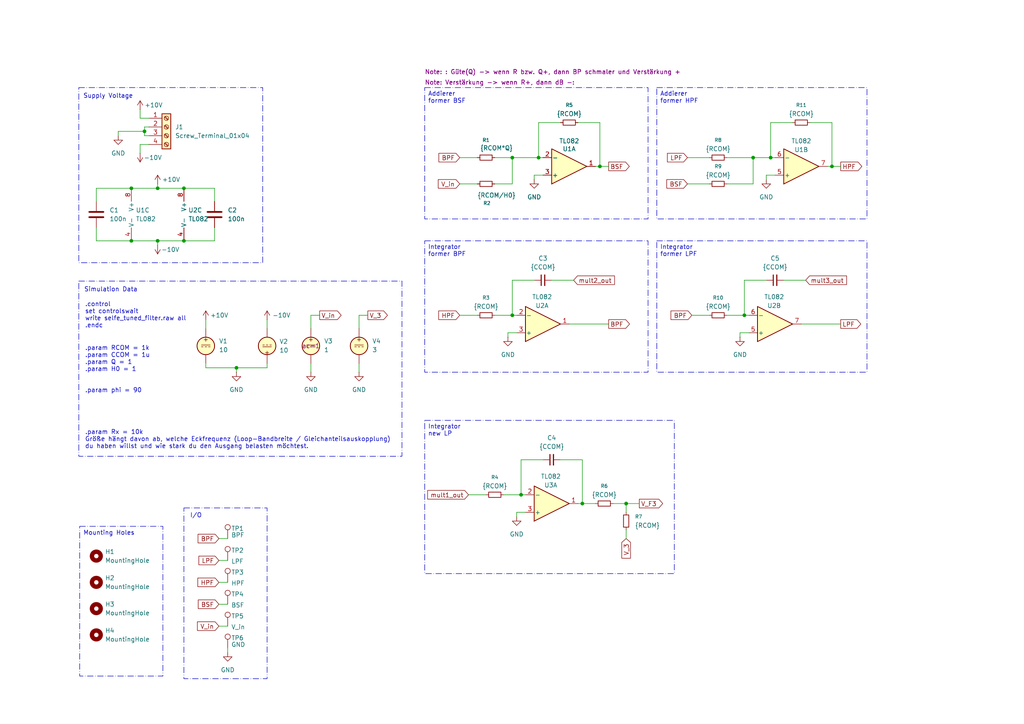
<source format=kicad_sch>
(kicad_sch (version 20250114) (generator "eeschema") (generator_version "9.0")
  (paper "A4")
  (lib_symbols
    (symbol "000_My_Symbols:Testpoint" (pin_numbers (hide yes)) (pin_names (hide yes))
      (property "Reference" "TP" (at 0.254 5.334 0))
      (property "Value" "${SHORT_NET_NAME(1)}" (at 6.35 7.874 0))
      (symbol "Testpoint_0_1"
        (circle (center 0 3.302) (radius 0.762))
      )
      (symbol "Testpoint_1_1"
        (pin passive line (at 0 0 90) (length 2.54) (name "1") (number "1"))
      )
    )
    (symbol "Amplifier_Operational:TL082" (pin_names (offset 0.127))
      (property "Reference" "U" (at 0 5.08 0))
      (property "Value" "TL082" (at 0 -5.08 0))
      (symbol "TL082_1_1"
        (polyline (pts (xy -5.08 5.08) (xy 5.08 0) (xy -5.08 -5.08) (xy -5.08 5.08)) (stroke (width 0.254)) (fill (type background)))
        (pin input line (at -7.62 2.54 0) (length 2.54) (name "+") (number "3"))
        (pin input line (at -7.62 -2.54 0) (length 2.54) (name "-") (number "2"))
        (pin output line (at 7.62 0 180) (length 2.54) (name "~") (number "1"))
      )
      (symbol "TL082_2_1"
        (polyline (pts (xy -5.08 5.08) (xy 5.08 0) (xy -5.08 -5.08) (xy -5.08 5.08)) (stroke (width 0.254)) (fill (type background)))
        (pin input line (at -7.62 2.54 0) (length 2.54) (name "+") (number "5"))
        (pin input line (at -7.62 -2.54 0) (length 2.54) (name "-") (number "6"))
        (pin output line (at 7.62 0 180) (length 2.54) (name "~") (number "7"))
      )
      (symbol "TL082_3_1"
        (pin power_in line (at -2.54 7.62 270) (length 3.81) (name "V+") (number "8"))
        (pin power_in line (at -2.54 -7.62 90) (length 3.81) (name "V-") (number "4"))
      )
    )
    (symbol "BA_Footprints:MPY634KP"
      (property "Reference" "IC" (at 41.91 7.62 0))
      (property "Value" "MPY634KP" (at 41.91 5.08 0))
      (symbol "MPY634KP_1_1"
        (rectangle (start 5.08 2.54) (end 40.64 -17.78) (stroke (width 0.254)) (fill (type background)))
        (pin passive line (at 0 0 0) (length 5.08) (name "X_1_INPUT") (number "1"))
        (pin passive line (at 0 -2.54 0) (length 5.08) (name "X_2_INPUT") (number "2"))
        (pin passive line (at 0 -5.08 0) (length 5.08) (name "NC_1") (number "3"))
        (pin passive line (at 0 -7.62 0) (length 5.08) (name "SCALE_FACTOR") (number "4"))
        (pin passive line (at 0 -10.16 0) (length 5.08) (name "NC_2") (number "5"))
        (pin passive line (at 0 -12.7 0) (length 5.08) (name "Y_1_INPUT") (number "6"))
        (pin passive line (at 0 -15.24 0) (length 5.08) (name "Y_2_INPUT") (number "7"))
        (pin passive line (at 45.72 0 180) (length 5.08) (name "+VS") (number "14"))
        (pin passive line (at 45.72 -2.54 180) (length 5.08) (name "NC_4") (number "13"))
        (pin passive line (at 45.72 -5.08 180) (length 5.08) (name "OUTPUT") (number "12"))
        (pin passive line (at 45.72 -7.62 180) (length 5.08) (name "Z_1_INPUT") (number "11"))
        (pin passive line (at 45.72 -10.16 180) (length 5.08) (name "Z_2_INPUT") (number "10"))
        (pin passive line (at 45.72 -12.7 180) (length 5.08) (name "NC_3") (number "9"))
        (pin passive line (at 45.72 -15.24 180) (length 5.08) (name "-VS") (number "8"))
      )
    )
    (symbol "Connector:Screw_Terminal_01x04" (pin_names (offset 1.016) (hide yes))
      (property "Reference" "J" (at 0 5.08 0))
      (property "Value" "Screw_Terminal_01x04" (at 0 -7.62 0))
      (symbol "Screw_Terminal_01x04_1_1"
        (rectangle (start -1.27 3.81) (end 1.27 -6.35) (stroke (width 0.254)) (fill (type background)))
        (polyline (pts (xy -0.5334 2.8702) (xy 0.3302 2.032)) (stroke (width 0.1524)))
        (polyline (pts (xy -0.5334 0.3302) (xy 0.3302 -0.508)) (stroke (width 0.1524)))
        (polyline (pts (xy -0.5334 -2.2098) (xy 0.3302 -3.048)) (stroke (width 0.1524)))
        (polyline (pts (xy -0.5334 -4.7498) (xy 0.3302 -5.588)) (stroke (width 0.1524)))
        (polyline (pts (xy -0.3556 3.048) (xy 0.508 2.2098)) (stroke (width 0.1524)))
        (polyline (pts (xy -0.3556 0.508) (xy 0.508 -0.3302)) (stroke (width 0.1524)))
        (polyline (pts (xy -0.3556 -2.032) (xy 0.508 -2.8702)) (stroke (width 0.1524)))
        (polyline (pts (xy -0.3556 -4.572) (xy 0.508 -5.4102)) (stroke (width 0.1524)))
        (circle (center 0 2.54) (radius 0.635) (stroke (width 0.1524)))
        (circle (center 0 0) (radius 0.635) (stroke (width 0.1524)))
        (circle (center 0 -2.54) (radius 0.635) (stroke (width 0.1524)))
        (circle (center 0 -5.08) (radius 0.635) (stroke (width 0.1524)))
        (pin passive line (at -5.08 2.54 0) (length 3.81) (name "Pin_1") (number "1"))
        (pin passive line (at -5.08 0 0) (length 3.81) (name "Pin_2") (number "2"))
        (pin passive line (at -5.08 -2.54 0) (length 3.81) (name "Pin_3") (number "3"))
        (pin passive line (at -5.08 -5.08 0) (length 3.81) (name "Pin_4") (number "4"))
      )
    )
    (symbol "Device:C" (pin_numbers (hide yes)) (pin_names (offset 0.254))
      (property "Reference" "C" (at 0.635 2.54 0))
      (property "Value" "C" (at 0.635 -2.54 0))
      (symbol "C_0_1"
        (polyline (pts (xy -2.032 0.762) (xy 2.032 0.762)) (stroke (width 0.508)))
        (polyline (pts (xy -2.032 -0.762) (xy 2.032 -0.762)) (stroke (width 0.508)))
      )
      (symbol "C_1_1"
        (pin passive line (at 0 3.81 270) (length 2.794) (name "~") (number "1"))
        (pin passive line (at 0 -3.81 90) (length 2.794) (name "~") (number "2"))
      )
    )
    (symbol "Device:C_Small" (pin_numbers (hide yes)) (pin_names (offset 0.254) (hide yes))
      (property "Reference" "C" (at 0.254 1.778 0))
      (property "Value" "C_Small" (at 0.254 -2.032 0))
      (symbol "C_Small_0_1"
        (polyline (pts (xy -1.524 0.508) (xy 1.524 0.508)) (stroke (width 0.3048)))
        (polyline (pts (xy -1.524 -0.508) (xy 1.524 -0.508)) (stroke (width 0.3302)))
      )
      (symbol "C_Small_1_1"
        (pin passive line (at 0 2.54 270) (length 2.032) (name "~") (number "1"))
        (pin passive line (at 0 -2.54 90) (length 2.032) (name "~") (number "2"))
      )
    )
    (symbol "Device:R_Small" (pin_numbers (hide yes)) (pin_names (offset 0.254) (hide yes))
      (property "Reference" "R" (at 0 0 90))
      (property "Value" "R_Small" (at 1.778 0 90))
      (symbol "R_Small_0_1"
        (rectangle (start -0.762 1.778) (end 0.762 -1.778) (stroke (width 0.2032)))
      )
      (symbol "R_Small_1_1"
        (pin passive line (at 0 2.54 270) (length 0.762) (name "~") (number "1"))
        (pin passive line (at 0 -2.54 90) (length 0.762) (name "~") (number "2"))
      )
    )
    (symbol "Mechanical:MountingHole" (pin_names (offset 1.016)) (in_bom no)
      (property "Reference" "H" (at 0 5.08 0))
      (property "Value" "MountingHole" (at 0 3.175 0))
      (symbol "MountingHole_0_1"
        (circle (center 0 0) (radius 1.27) (stroke (width 1.27)))
      )
    )
    (symbol "Simulation_SPICE:VDC" (pin_numbers (hide yes)) (pin_names (offset 0.0254))
      (property "Reference" "V" (at 2.54 2.54 0))
      (property "Value" "1" (at 2.54 0 0))
      (symbol "VDC_0_0"
        (polyline (pts (xy -1.27 0.254) (xy 1.27 0.254)))
        (polyline (pts (xy -0.762 -0.254) (xy -1.27 -0.254)))
        (polyline (pts (xy 0.254 -0.254) (xy -0.254 -0.254)))
        (polyline (pts (xy 1.27 -0.254) (xy 0.762 -0.254)))
        (text "+" (at 0 1.905 0) (effects (font (size 1.27 1.27))))
      )
      (symbol "VDC_0_1"
        (circle (center 0 0) (radius 2.54) (stroke (width 0.254)) (fill (type background)))
      )
      (symbol "VDC_1_1"
        (pin passive line (at 0 5.08 270) (length 2.54) (name "~") (number "1"))
        (pin passive line (at 0 -5.08 90) (length 2.54) (name "~") (number "2"))
      )
    )
    (symbol "power:+15V" (power) (pin_numbers (hide yes)) (pin_names (offset 0) (hide yes))
      (property "Value" "+15V" (at 0 3.556 0))
      (symbol "+15V_0_1"
        (polyline (pts (xy -0.762 1.27) (xy 0 2.54)))
        (polyline (pts (xy 0 2.54) (xy 0.762 1.27)))
        (polyline (pts (xy 0 0) (xy 0 2.54)))
      )
      (symbol "+15V_1_1"
        (pin power_in line (at 0 0 90) (length 0) (name "~") (number "1"))
      )
    )
    (symbol "power:GND" (power) (pin_numbers (hide yes)) (pin_names (offset 0) (hide yes))
      (property "Value" "GND" (at 0 -3.81 0))
      (symbol "GND_0_1"
        (polyline (pts (xy 0 0) (xy 0 -1.27) (xy 1.27 -1.27) (xy 0 -2.54) (xy -1.27 -1.27) (xy 0 -1.27)))
      )
      (symbol "GND_1_1"
        (pin power_in line (at 0 0 270) (length 0) (name "~") (number "1"))
      )
    )
  )
  (rectangle (start 23.114 152.654) (end 47.244 196.088) (stroke (width 0) (type dash_dot)))
  (rectangle (start 22.86 81.534) (end 116.586 132.334) (stroke (width 0) (type dash_dot)))
  (rectangle (start 22.86 25.4) (end 76.2 76.2) (stroke (width 0) (type dash_dot)))
  (rectangle (start 53.34 147.32) (end 77.47 196.85) (stroke (width 0) (type dash_dot)))
  (text ".control\nset controlswait\nwrite selfe_tuned_filter.raw all\n.endc" (at 24.638 91.44 0) (effects (font (size 1.27 1.27)) (justify left)))
  (text "Simulation Data" (exclude_from_sim yes) (at 24.384 84.074 0) (effects (font (size 1.27 1.27)) (justify left)))
  (text "Mounting Holes" (exclude_from_sim yes) (at 24.13 154.686 0) (effects (font (size 1.27 1.27)) (justify left)))
  (text ".param RCOM = 1k\n.param CCOM = 1u\n.param Q = 1\n.param H0 = 1\n\n\n.param phi = 90" (at 24.638 100.33 0) (effects (font (size 1.27 1.27)) (justify left top)))
  (text ".param Rx = 10k\nGröße hängt davon ab, welche Eckfrequenz (Loop-Bandbreite / Gleichanteils­auskopplung) \ndu haben willst und wie stark du den Ausgang belasten möchtest." (exclude_from_sim yes) (at 24.638 127.508 0) (effects (font (size 1.27 1.27)) (justify left)))
  (text "Supply Voltage" (exclude_from_sim yes) (at 24.13 27.94 0) (effects (font (size 1.27 1.27)) (justify left)))
  (text "I/O" (exclude_from_sim yes) (at 55.118 149.606 0) (effects (font (size 1.27 1.27)) (justify left)))
  (text_box "Integrator\nnew LP" (exclude_from_sim yes) (at 123.19 121.92 0) (size 72.39 44.45) (margins 0.9525 0.9525 0.9525 0.9525) (stroke (width 0) (type dash_dot)) (effects (font (size 1.27 1.27)) (justify left top)))
  (text_box "Addierer\nformer BSF\n" (exclude_from_sim yes) (at 123.19 25.4 0) (size 64.77 38.1) (margins 0.9525 0.9525 0.9525 0.9525) (stroke (width 0) (type dash_dot)) (effects (font (size 1.27 1.27)) (justify left top)))
  (text_box "Integrator\nformer LPF" (exclude_from_sim yes) (at 190.5 69.85 0) (size 60.96 38.1) (margins 0.9525 0.9525 0.9525 0.9525) (stroke (width 0) (type dash_dot)) (effects (font (size 1.27 1.27)) (justify left top)))
  (text_box "Integrator\nformer BPF" (exclude_from_sim yes) (at 123.19 69.85 0) (size 64.77 38.1) (margins 0.9525 0.9525 0.9525 0.9525) (stroke (width 0) (type dash_dot)) (effects (font (size 1.27 1.27)) (justify left top)))
  (text_box "Addierer\nformer HPF\n" (exclude_from_sim yes) (at 190.5 25.4 0) (size 60.96 38.1) (margins 0.9525 0.9525 0.9525 0.9525) (stroke (width 0) (type dash_dot)) (effects (font (size 1.27 1.27)) (justify left top)))
  (junction (at 45.72 54.61))
  (junction (at 223.52 45.72))
  (junction (at 45.72 69.85))
  (junction (at 53.34 69.85))
  (junction (at 148.59 91.44))
  (junction (at 53.34 54.61))
  (junction (at 218.44 45.72))
  (junction (at 148.59 45.72))
  (junction (at 271.78 237.49))
  (junction (at 238.76 227.33))
  (junction (at 151.13 143.51))
  (junction (at 156.21 45.72))
  (junction (at 68.58 106.68))
  (junction (at 321.31 227.33))
  (junction (at 181.61 146.05))
  (junction (at 38.1 69.85))
  (junction (at 189.23 237.49))
  (junction (at 97.79 237.49))
  (junction (at 173.99 48.26))
  (junction (at 38.1 54.61))
  (junction (at 241.3 48.26))
  (junction (at 168.91 146.05))
  (junction (at 215.9 91.44))
  (junction (at 147.32 227.33))
  (junction (at 41.91 38.1))
  (no_connect (at 144.78 234.95))
  (no_connect (at 99.06 232.41))
  (no_connect (at 144.78 224.79))
  (no_connect (at 318.77 224.79))
  (no_connect (at 273.05 232.41))
  (no_connect (at 236.22 234.95))
  (no_connect (at 99.06 227.33))
  (no_connect (at 190.5 232.41))
  (no_connect (at 273.05 227.33))
  (no_connect (at 190.5 227.33))
  (no_connect (at 236.22 224.79))
  (no_connect (at 318.77 234.95))
  (wire (pts (xy 77.47 106.68) (xy 68.58 106.68)))
  (wire (pts (xy 271.78 224.79) (xy 271.78 237.49)))
  (wire (pts (xy 270.51 218.44) (xy 270.51 229.87)))
  (wire (pts (xy 63.5 156.21) (xy 66.04 156.21)))
  (wire (pts (xy 242.57 241.3) (xy 242.57 237.49)))
  (wire (pts (xy 149.86 149.86) (xy 149.86 148.59)))
  (wire (pts (xy 151.13 133.35) (xy 151.13 143.51)))
  (wire (pts (xy 218.44 53.34) (xy 218.44 45.72)))
  (wire (pts (xy 238.76 229.87) (xy 238.76 227.33)))
  (wire (pts (xy 190.5 224.79) (xy 189.23 224.79)))
  (wire (pts (xy 214.63 97.79) (xy 214.63 96.52)))
  (wire (pts (xy 59.69 92.71) (xy 59.69 95.25)))
  (wire (pts (xy 271.78 237.49) (xy 271.78 243.84)))
  (wire (pts (xy 41.91 38.1) (xy 34.29 38.1)))
  (wire (pts (xy 62.23 66.04) (xy 62.23 69.85)))
  (wire (pts (xy 160.02 81.28) (xy 166.37 81.28)))
  (wire (pts (xy 218.44 53.34) (xy 210.82 53.34)))
  (wire (pts (xy 168.91 133.35) (xy 168.91 146.05)))
  (wire (pts (xy 143.51 45.72) (xy 148.59 45.72)))
  (wire (pts (xy 241.3 48.26) (xy 243.84 48.26)))
  (wire (pts (xy 151.13 218.44) (xy 151.13 222.25)))
  (wire (pts (xy 45.72 69.85) (xy 53.34 69.85)))
  (wire (pts (xy 27.94 54.61) (xy 27.94 58.42)))
  (wire (pts (xy 104.14 95.25) (xy 104.14 91.44)))
  (wire (pts (xy 148.59 53.34) (xy 148.59 45.72)))
  (wire (pts (xy 63.5 181.61) (xy 66.04 181.61)))
  (wire (pts (xy 241.3 35.56) (xy 241.3 48.26)))
  (wire (pts (xy 45.72 71.12) (xy 45.72 69.85)))
  (wire (pts (xy 27.94 66.04) (xy 27.94 69.85)))
  (wire (pts (xy 173.99 48.26) (xy 172.72 48.26)))
  (wire (pts (xy 68.58 107.95) (xy 68.58 106.68)))
  (wire (pts (xy 238.76 227.33) (xy 243.84 227.33)))
  (wire (pts (xy 68.58 106.68) (xy 59.69 106.68)))
  (wire (pts (xy 325.12 241.3) (xy 325.12 237.49)))
  (wire (pts (xy 147.32 229.87) (xy 147.32 227.33)))
  (wire (pts (xy 173.99 48.26) (xy 173.99 35.56)))
  (wire (pts (xy 45.72 53.34) (xy 45.72 54.61)))
  (wire (pts (xy 66.04 187.96) (xy 66.04 189.23)))
  (wire (pts (xy 143.51 91.44) (xy 148.59 91.44)))
  (wire (pts (xy 186.69 234.95) (xy 190.5 234.95)))
  (wire (pts (xy 234.95 35.56) (xy 241.3 35.56)))
  (wire (pts (xy 186.69 222.25) (xy 190.5 222.25)))
  (wire (pts (xy 147.32 227.33) (xy 152.4 227.33)))
  (wire (pts (xy 242.57 237.49) (xy 236.22 237.49)))
  (wire (pts (xy 165.1 93.98) (xy 176.53 93.98)))
  (wire (pts (xy 104.14 105.41) (xy 104.14 107.95)))
  (wire (pts (xy 144.78 229.87) (xy 147.32 229.87)))
  (wire (pts (xy 144.78 227.33) (xy 147.32 227.33)))
  (wire (pts (xy 189.23 237.49) (xy 190.5 237.49)))
  (wire (pts (xy 325.12 237.49) (xy 318.77 237.49)))
  (wire (pts (xy 95.25 222.25) (xy 99.06 222.25)))
  (wire (pts (xy 41.91 39.37) (xy 41.91 38.1)))
  (wire (pts (xy 148.59 81.28) (xy 148.59 91.44)))
  (wire (pts (xy 215.9 91.44) (xy 217.17 91.44)))
  (wire (pts (xy 270.51 229.87) (xy 273.05 229.87)))
  (wire (pts (xy 96.52 229.87) (xy 99.06 229.87)))
  (wire (pts (xy 218.44 45.72) (xy 223.52 45.72)))
  (wire (pts (xy 199.39 45.72) (xy 205.74 45.72)))
  (wire (pts (xy 151.13 133.35) (xy 157.48 133.35)))
  (wire (pts (xy 147.32 97.79) (xy 147.32 96.52)))
  (wire (pts (xy 96.52 218.44) (xy 96.52 229.87)))
  (wire (pts (xy 162.56 133.35) (xy 168.91 133.35)))
  (wire (pts (xy 90.17 95.25) (xy 90.17 91.44)))
  (wire (pts (xy 173.99 48.26) (xy 176.53 48.26)))
  (wire (pts (xy 325.12 222.25) (xy 318.77 222.25)))
  (wire (pts (xy 146.05 143.51) (xy 151.13 143.51)))
  (wire (pts (xy 318.77 227.33) (xy 321.31 227.33)))
  (wire (pts (xy 241.3 48.26) (xy 240.03 48.26)))
  (wire (pts (xy 189.23 224.79) (xy 189.23 237.49)))
  (wire (pts (xy 34.29 38.1) (xy 34.29 39.37)))
  (wire (pts (xy 97.79 237.49) (xy 99.06 237.49)))
  (wire (pts (xy 271.78 237.49) (xy 273.05 237.49)))
  (wire (pts (xy 321.31 227.33) (xy 326.39 227.33)))
  (wire (pts (xy 181.61 146.05) (xy 185.42 146.05)))
  (wire (pts (xy 156.21 45.72) (xy 157.48 45.72)))
  (wire (pts (xy 156.21 35.56) (xy 162.56 35.56)))
  (wire (pts (xy 223.52 35.56) (xy 223.52 45.72)))
  (wire (pts (xy 154.94 50.8) (xy 154.94 52.07)))
  (wire (pts (xy 38.1 69.85) (xy 45.72 69.85)))
  (wire (pts (xy 223.52 45.72) (xy 224.79 45.72)))
  (wire (pts (xy 167.64 35.56) (xy 173.99 35.56)))
  (wire (pts (xy 27.94 69.85) (xy 38.1 69.85)))
  (wire (pts (xy 77.47 105.41) (xy 77.47 106.68)))
  (wire (pts (xy 40.64 34.29) (xy 43.18 34.29)))
  (wire (pts (xy 168.91 146.05) (xy 172.72 146.05)))
  (wire (pts (xy 236.22 229.87) (xy 238.76 229.87)))
  (wire (pts (xy 222.25 52.07) (xy 222.25 50.8)))
  (wire (pts (xy 90.17 105.41) (xy 90.17 107.95)))
  (wire (pts (xy 325.12 218.44) (xy 325.12 222.25)))
  (wire (pts (xy 144.78 232.41) (xy 146.05 232.41)))
  (wire (pts (xy 133.35 53.34) (xy 138.43 53.34)))
  (wire (pts (xy 318.77 232.41) (xy 320.04 232.41)))
  (wire (pts (xy 135.89 143.51) (xy 140.97 143.51)))
  (wire (pts (xy 199.39 53.34) (xy 205.74 53.34)))
  (wire (pts (xy 181.61 153.67) (xy 181.61 156.21)))
  (wire (pts (xy 320.04 232.41) (xy 320.04 243.84)))
  (wire (pts (xy 229.87 35.56) (xy 223.52 35.56)))
  (wire (pts (xy 236.22 232.41) (xy 237.49 232.41)))
  (wire (pts (xy 143.51 53.34) (xy 148.59 53.34)))
  (wire (pts (xy 99.06 224.79) (xy 97.79 224.79)))
  (wire (pts (xy 181.61 146.05) (xy 181.61 148.59)))
  (wire (pts (xy 273.05 224.79) (xy 271.78 224.79)))
  (wire (pts (xy 242.57 222.25) (xy 236.22 222.25)))
  (wire (pts (xy 215.9 81.28) (xy 222.25 81.28)))
  (wire (pts (xy 210.82 91.44) (xy 215.9 91.44)))
  (wire (pts (xy 210.82 45.72) (xy 218.44 45.72)))
  (wire (pts (xy 133.35 45.72) (xy 138.43 45.72)))
  (wire (pts (xy 151.13 241.3) (xy 151.13 237.49)))
  (wire (pts (xy 90.17 91.44) (xy 92.71 91.44)))
  (wire (pts (xy 146.05 232.41) (xy 146.05 243.84)))
  (wire (pts (xy 45.72 54.61) (xy 38.1 54.61)))
  (wire (pts (xy 43.18 36.83) (xy 41.91 36.83)))
  (wire (pts (xy 200.66 91.44) (xy 205.74 91.44)))
  (wire (pts (xy 149.86 148.59) (xy 152.4 148.59)))
  (wire (pts (xy 147.32 96.52) (xy 149.86 96.52)))
  (wire (pts (xy 133.35 91.44) (xy 138.43 91.44)))
  (wire (pts (xy 236.22 227.33) (xy 238.76 227.33)))
  (wire (pts (xy 177.8 146.05) (xy 181.61 146.05)))
  (wire (pts (xy 237.49 232.41) (xy 237.49 243.84)))
  (wire (pts (xy 148.59 45.72) (xy 156.21 45.72)))
  (wire (pts (xy 40.64 44.45) (xy 40.64 41.91)))
  (wire (pts (xy 157.48 50.8) (xy 154.94 50.8)))
  (wire (pts (xy 151.13 222.25) (xy 144.78 222.25)))
  (wire (pts (xy 318.77 229.87) (xy 321.31 229.87)))
  (wire (pts (xy 148.59 91.44) (xy 149.86 91.44)))
  (wire (pts (xy 321.31 229.87) (xy 321.31 227.33)))
  (wire (pts (xy 227.33 81.28) (xy 233.68 81.28)))
  (wire (pts (xy 27.94 54.61) (xy 38.1 54.61)))
  (wire (pts (xy 269.24 222.25) (xy 273.05 222.25)))
  (wire (pts (xy 59.69 106.68) (xy 59.69 105.41)))
  (wire (pts (xy 269.24 234.95) (xy 273.05 234.95)))
  (wire (pts (xy 63.5 175.26) (xy 66.04 175.26)))
  (wire (pts (xy 97.79 237.49) (xy 97.79 243.84)))
  (wire (pts (xy 77.47 92.71) (xy 77.47 95.25)))
  (wire (pts (xy 167.64 146.05) (xy 168.91 146.05)))
  (wire (pts (xy 151.13 143.51) (xy 152.4 143.51)))
  (wire (pts (xy 242.57 218.44) (xy 242.57 222.25)))
  (wire (pts (xy 41.91 36.83) (xy 41.91 38.1)))
  (wire (pts (xy 148.59 81.28) (xy 154.94 81.28)))
  (wire (pts (xy 156.21 35.56) (xy 156.21 45.72)))
  (wire (pts (xy 189.23 237.49) (xy 189.23 243.84)))
  (wire (pts (xy 63.5 168.91) (xy 66.04 168.91)))
  (wire (pts (xy 45.72 54.61) (xy 53.34 54.61)))
  (wire (pts (xy 41.91 39.37) (xy 43.18 39.37)))
  (wire (pts (xy 62.23 69.85) (xy 53.34 69.85)))
  (wire (pts (xy 104.14 91.44) (xy 106.68 91.44)))
  (wire (pts (xy 187.96 229.87) (xy 190.5 229.87)))
  (wire (pts (xy 222.25 50.8) (xy 224.79 50.8)))
  (wire (pts (xy 40.64 31.75) (xy 40.64 34.29)))
  (wire (pts (xy 215.9 81.28) (xy 215.9 91.44)))
  (wire (pts (xy 62.23 54.61) (xy 62.23 58.42)))
  (wire (pts (xy 151.13 237.49) (xy 144.78 237.49)))
  (wire (pts (xy 214.63 96.52) (xy 217.17 96.52)))
  (wire (pts (xy 187.96 218.44) (xy 187.96 229.87)))
  (wire (pts (xy 95.25 234.95) (xy 99.06 234.95)))
  (wire (pts (xy 63.5 162.56) (xy 66.04 162.56)))
  (wire (pts (xy 232.41 93.98) (xy 243.84 93.98)))
  (wire (pts (xy 40.64 41.91) (xy 43.18 41.91)))
  (wire (pts (xy 97.79 224.79) (xy 97.79 237.49)))
  (wire (pts (xy 53.34 54.61) (xy 62.23 54.61)))
  (global_label "BPF" (shape input) (at 133.35 45.72 180) (property "Intersheetrefs" "${INTERSHEET_REFS}" (effects (hide yes))))
  (global_label "HPF" (shape input) (at 63.5 168.91 180) (property "Intersheetrefs" "${INTERSHEET_REFS}" (effects (hide yes))))
  (global_label "V_in" (shape input) (at 63.5 181.61 180) (property "Intersheetrefs" "${INTERSHEET_REFS}" (effects (hide yes))))
  (global_label "mult2_out" (shape input) (at 166.37 81.28 0) (property "Intersheetrefs" "${INTERSHEET_REFS}" (effects (hide yes))))
  (global_label "BPF" (shape output) (at 176.53 93.98 0) (property "Intersheetrefs" "${INTERSHEET_REFS}" (effects (hide yes))))
  (global_label "mult1_out" (shape input) (at 135.89 143.51 180) (property "Intersheetrefs" "${INTERSHEET_REFS}" (effects (hide yes))))
  (global_label "V_in" (shape input) (at 95.25 234.95 180) (property "Intersheetrefs" "${INTERSHEET_REFS}" (effects (hide yes))))
  (global_label "HPF" (shape input) (at 133.35 91.44 180) (property "Intersheetrefs" "${INTERSHEET_REFS}" (effects (hide yes))))
  (global_label "mult1_out" (shape output) (at 152.4 227.33 0) (property "Intersheetrefs" "${INTERSHEET_REFS}" (effects (hide yes))))
  (global_label "V_3" (shape input) (at 181.61 156.21 270) (property "Intersheetrefs" "${INTERSHEET_REFS}" (effects (hide yes))))
  (global_label "HPF" (shape output) (at 243.84 48.26 0) (property "Intersheetrefs" "${INTERSHEET_REFS}" (effects (hide yes))))
  (global_label "V_in" (shape input) (at 133.35 53.34 180) (property "Intersheetrefs" "${INTERSHEET_REFS}" (effects (hide yes))))
  (global_label "V_F3" (shape input) (at 269.24 234.95 180) (property "Intersheetrefs" "${INTERSHEET_REFS}" (effects (hide yes))))
  (global_label "V_3" (shape output) (at 106.68 91.44 0) (property "Intersheetrefs" "${INTERSHEET_REFS}" (effects (hide yes))))
  (global_label "BPF" (shape input) (at 200.66 91.44 180) (property "Intersheetrefs" "${INTERSHEET_REFS}" (effects (hide yes))))
  (global_label "LPF" (shape input) (at 63.5 162.56 180) (property "Intersheetrefs" "${INTERSHEET_REFS}" (effects (hide yes))))
  (global_label "LPF" (shape input) (at 199.39 45.72 180) (property "Intersheetrefs" "${INTERSHEET_REFS}" (effects (hide yes))))
  (global_label "BSF" (shape input) (at 199.39 53.34 180) (property "Intersheetrefs" "${INTERSHEET_REFS}" (effects (hide yes))))
  (global_label "BSF" (shape output) (at 176.53 48.26 0) (property "Intersheetrefs" "${INTERSHEET_REFS}" (effects (hide yes))))
  (global_label "mult2_out" (shape output) (at 243.84 227.33 0) (property "Intersheetrefs" "${INTERSHEET_REFS}" (effects (hide yes))))
  (global_label "BSF" (shape input) (at 63.5 175.26 180) (property "Intersheetrefs" "${INTERSHEET_REFS}" (effects (hide yes))))
  (global_label "HPF" (shape input) (at 95.25 222.25 180) (property "Intersheetrefs" "${INTERSHEET_REFS}" (effects (hide yes))))
  (global_label "V_in" (shape output) (at 92.71 91.44 0) (property "Intersheetrefs" "${INTERSHEET_REFS}" (effects (hide yes))))
  (global_label "BPF" (shape input) (at 63.5 156.21 180) (property "Intersheetrefs" "${INTERSHEET_REFS}" (effects (hide yes))))
  (global_label "V_F3" (shape input) (at 186.69 234.95 180) (property "Intersheetrefs" "${INTERSHEET_REFS}" (effects (hide yes))))
  (global_label "mult3_out" (shape input) (at 233.68 81.28 0) (property "Intersheetrefs" "${INTERSHEET_REFS}" (effects (hide yes))))
  (global_label "BPF" (shape input) (at 186.69 222.25 180) (property "Intersheetrefs" "${INTERSHEET_REFS}" (effects (hide yes))))
  (global_label "mult3_out" (shape output) (at 326.39 227.33 0) (property "Intersheetrefs" "${INTERSHEET_REFS}" (effects (hide yes))))
  (global_label "LPF" (shape input) (at 269.24 222.25 180) (property "Intersheetrefs" "${INTERSHEET_REFS}" (effects (hide yes))))
  (global_label "LPF" (shape output) (at 243.84 93.98 0) (property "Intersheetrefs" "${INTERSHEET_REFS}" (effects (hide yes))))
  (global_label "V_F3" (shape output) (at 185.42 146.05 0) (property "Intersheetrefs" "${INTERSHEET_REFS}" (effects (hide yes))))
  (symbol (lib_id "power:GND") (at 68.58 107.95 0) (unit 1)
    (property "Reference" "#PWR08" (effects (hide yes)))
    (property "Value" "GND" (at 68.58 113.03 0))
    (property "Description" "Power symbol creates a global label with name \"GND\" , ground" (effects (hide yes)))
  )
  (symbol (lib_id "BA_Footprints:MPY634KP") (at 273.05 222.25 0) (unit 1)
    (property "Reference" "IC3" (at 295.91 214.63 0))
    (property "Value" "MPY634KP" (at 295.91 217.17 0))
    (property "Footprint" "DIP794W53P254L1930H508Q14N" (effects (hide yes)))
    (property "Datasheet" "http://www.ti.com/lit/gpn/mpy634" (effects (hide yes)))
    (property "Description" "Wide Bandwidth Precision Analog Multiplier" (effects (hide yes)))
    (property "Height" "5.08" (effects (hide yes)))
    (property "Mouser Part Number" "595-MPY634KP" (effects (hide yes)))
    (property "Mouser Price/Stock" "https://www.mouser.co.uk/ProductDetail/Texas-Instruments/MPY634KP?qs=paYhMW8qfitgLgQ%252B%2FVQr7Q%3D%3D" (effects (hide yes)))
    (property "Manufacturer_Name" "Texas Instruments" (effects (hide yes)))
    (property "Manufacturer_Part_Number" "MPY634KP" (effects (hide yes)))
    (property "Sim.Library" "mpy634_tina.lib" (effects (hide yes)))
    (property "Sim.Name" "MPY634_behavioral" (effects (hide yes)))
    (property "Sim.Device" "SUBCKT" (effects (hide yes)))
    (property "Sim.Pins" "1=X1 2=X2 4=SF 6=Y1 7=Y2 8=-Vs 10=Z2 11=Z1 12=Out 14=+Vs" (effects (hide yes)))
  )
  (symbol (lib_id "Device:R_Small") (at 140.97 45.72 90) (unit 1)
    (property "Reference" "R1" (at 140.97 40.64 90) (effects (font (size 1.016 1.016))))
    (property "Value" "{RCOM*Q}" (at 144.018 42.926 90))
    (property "Footprint" "000_Footprints:Trimmer straight" (effects (hide yes)))
    (property "Description" "Resistor, small symbol" (effects (hide yes)))
    (property "Note: " "Güte(Q) -> wenn R bzw. Q+, dann BP schmaler und Verstärkung +" (at 123.19 20.828 90) (show_name yes) (effects (justify right)))
  )
  (symbol (lib_id "Simulation_SPICE:VDC") (at 104.14 100.33 0) (unit 1)
    (property "Reference" "V4" (at 107.95 98.9301 0) (effects (justify left)))
    (property "Value" "3" (at 107.95 101.4701 0) (effects (justify left)))
    (property "Datasheet" "https://ngspice.sourceforge.io/docs/ngspice-html-manual/manual.xhtml#sec_Independent_Sources_for" (effects (hide yes)))
    (property "Description" "Voltage source, DC" (effects (hide yes)))
    (property "Sim.Pins" "1=+ 2=-" (effects (hide yes)))
    (property "Sim.Type" "DC" (effects (hide yes)))
    (property "Sim.Device" "V" (effects (hide yes)))
  )
  (symbol (lib_id "power:+15V") (at 270.51 218.44 0) (unit 1)
    (property "Reference" "#PWR027" (effects (hide yes)))
    (property "Value" "+10V" (at 270.51 213.36 0))
    (property "Description" "Power symbol creates a global label with name \"+15V\"" (effects (hide yes)))
  )
  (symbol (lib_id "power:GND") (at 154.94 52.07 0) (unit 1)
    (property "Reference" "#PWR019" (effects (hide yes)))
    (property "Value" "GND" (at 154.94 57.15 0))
    (property "Description" "Power symbol creates a global label with name \"GND\" , ground" (effects (hide yes)))
  )
  (symbol (lib_id "Device:R_Small") (at 208.28 45.72 90) (unit 1)
    (property "Reference" "R8" (at 208.28 40.64 90) (effects (font (size 1.016 1.016))))
    (property "Value" "{RCOM}" (at 208.28 43.18 90))
    (property "Footprint" "000_Footprints:Resistor" (effects (hide yes)))
    (property "Description" "Resistor, small symbol" (effects (hide yes)))
  )
  (symbol (lib_id "power:GND") (at 214.63 97.79 0) (unit 1)
    (property "Reference" "#PWR022" (effects (hide yes)))
    (property "Value" "GND" (at 214.63 102.87 0))
    (property "Description" "Power symbol creates a global label with name \"GND\" , ground" (effects (hide yes)))
  )
  (symbol (lib_id "power:GND") (at 34.29 39.37 0) (unit 1)
    (property "Reference" "#PWR01" (effects (hide yes)))
    (property "Value" "GND" (at 34.29 44.45 0))
    (property "Description" "Power symbol creates a global label with name \"GND\" , ground" (effects (hide yes)))
  )
  (symbol (lib_id "000_My_Symbols:Testpoint") (at 66.04 168.91 0) (unit 1) (exclude_from_sim yes)
    (property "Reference" "TP3" (at 67.056 165.9889 0) (effects (justify left)))
    (property "Value" "HPF" (at 67.056 169.164 0) (effects (justify left)))
    (property "Footprint" "TestPoint:TestPoint_Loop_D1.80mm_Drill1.0mm_Beaded" (effects (hide yes)))
    (property "Description" "test point" (effects (hide yes)))
    (property "Mouser Part Number" "534-5015" (effects (hide yes)))
    (property "Manufacturer_Name" "Keystone Electronics" (effects (hide yes)))
    (property "Manufacturer Part Number" "5015" (effects (hide yes)))
  )
  (symbol (lib_id "power:GND") (at 271.78 243.84 0) (unit 1)
    (property "Reference" "#PWR028" (effects (hide yes)))
    (property "Value" "GND" (at 271.78 248.92 0))
    (property "Description" "Power symbol creates a global label with name \"GND\" , ground" (effects (hide yes)))
  )
  (symbol (lib_id "000_My_Symbols:Testpoint") (at 66.04 187.96 0) (unit 1) (exclude_from_sim yes)
    (property "Reference" "TP6" (at 67.056 185.0389 0) (effects (justify left)))
    (property "Value" "GND" (at 67.056 186.944 0) (effects (justify left)))
    (property "Footprint" "TestPoint:TestPoint_Loop_D1.80mm_Drill1.0mm_Beaded" (effects (hide yes)))
    (property "Description" "test point" (effects (hide yes)))
    (property "Mouser Part Number" "534-5015" (effects (hide yes)))
    (property "Manufacturer_Name" "Keystone Electronics" (effects (hide yes)))
    (property "Manufacturer Part Number" "5015" (effects (hide yes)))
  )
  (symbol (lib_id "Mechanical:MountingHole") (at 27.94 184.15 0) (unit 1) (exclude_from_sim yes) (in_bom no)
    (property "Reference" "H4" (at 30.48 182.8799 0) (effects (justify left)))
    (property "Value" "MountingHole" (at 30.48 185.4199 0) (effects (justify left)))
    (property "Footprint" "MountingHole:MountingHole_2.2mm_M2_DIN965" (effects (hide yes)))
    (property "Description" "Mounting Hole without connection" (effects (hide yes)))
  )
  (symbol (lib_id "power:+15V") (at 45.72 71.12 180) (unit 1)
    (property "Reference" "#PWR05" (effects (hide yes)))
    (property "Value" "-10V" (at 52.07 72.39 0) (effects (justify left)))
    (property "Description" "Power symbol creates a global label with name \"+15V\"" (effects (hide yes)))
  )
  (symbol (lib_id "Mechanical:MountingHole") (at 27.94 161.29 0) (unit 1) (exclude_from_sim yes) (in_bom no)
    (property "Reference" "H1" (at 30.48 160.0199 0) (effects (justify left)))
    (property "Value" "MountingHole" (at 30.48 162.5599 0) (effects (justify left)))
    (property "Footprint" "MountingHole:MountingHole_2.2mm_M2_DIN965" (effects (hide yes)))
    (property "Description" "Mounting Hole without connection" (effects (hide yes)))
  )
  (symbol (lib_id "Connector:Screw_Terminal_01x04") (at 48.26 36.83 0) (unit 1) (exclude_from_sim yes)
    (property "Reference" "J1" (at 50.8 36.8299 0) (effects (justify left)))
    (property "Value" "Screw_Terminal_01x04" (at 50.8 39.3699 0) (effects (justify left)))
    (property "Footprint" "TerminalBlock:TerminalBlock_Altech_AK300-4_P5.00mm" (effects (hide yes)))
    (property "Description" "Generic screw terminal, single row, 01x04, script generated (kicad-library-utils/schlib/autogen/connector/)" (effects (hide yes)))
  )
  (symbol (lib_id "Device:C_Small") (at 224.79 81.28 90) (unit 1)
    (property "Reference" "C5" (at 224.7963 74.93 90))
    (property "Value" "{CCOM}" (at 224.7963 77.47 90))
    (property "Description" "Unpolarized capacitor, small symbol" (effects (hide yes)))
  )
  (symbol (lib_id "Amplifier_Operational:TL082") (at 165.1 48.26 0) (mirror x) (unit 1)
    (property "Reference" "U1" (at 165.1 43.18 0))
    (property "Value" "TL082" (at 165.1 40.894 0))
    (property "Footprint" "Package_DIP:CERDIP-8_W7.62mm_SideBrazed_LongPads_Socket" (effects (hide yes)))
    (property "Datasheet" "http://www.ti.com/lit/ds/symlink/tl081.pdf" (effects (hide yes)))
    (property "Description" "Dual JFET-Input Operational Amplifiers, DIP-8/SOIC-8/SSOP-8" (effects (hide yes)))
    (property "Sim.Library" "TL082-dual.lib" (effects (hide yes)))
    (property "Sim.Name" "TL082-dual" (effects (hide yes)))
    (property "Sim.Device" "SUBCKT" (effects (hide yes)))
    (property "Sim.Pins" "1=1out 2=1in- 3=1in+ 4=vcc- 5=2in+ 6=2in- 7=2out 8=vcc+" (effects (hide yes)))
  )
  (symbol (lib_id "Amplifier_Operational:TL082") (at 232.41 48.26 0) (mirror x) (unit 2)
    (property "Reference" "U1" (at 232.41 43.434 0))
    (property "Value" "TL082" (at 232.41 40.894 0))
    (property "Footprint" "Package_DIP:CERDIP-8_W7.62mm_SideBrazed_LongPads_Socket" (effects (hide yes)))
    (property "Datasheet" "http://www.ti.com/lit/ds/symlink/tl081.pdf" (effects (hide yes)))
    (property "Description" "Dual JFET-Input Operational Amplifiers, DIP-8/SOIC-8/SSOP-8" (effects (hide yes)))
    (property "Sim.Library" "TL082-dual.lib" (effects (hide yes)))
    (property "Sim.Name" "TL082-dual" (effects (hide yes)))
    (property "Sim.Device" "SUBCKT" (effects (hide yes)))
    (property "Sim.Pins" "1=1out 2=1in- 3=1in+ 4=vcc- 5=2in+ 6=2in- 7=2out 8=vcc+" (effects (hide yes)))
  )
  (symbol (lib_id "Simulation_SPICE:VDC") (at 59.69 100.33 0) (unit 1)
    (property "Reference" "V1" (at 63.5 98.9301 0) (effects (justify left)))
    (property "Value" "10" (at 63.5 101.4701 0) (effects (justify left)))
    (property "Datasheet" "https://ngspice.sourceforge.io/docs/ngspice-html-manual/manual.xhtml#sec_Independent_Sources_for" (effects (hide yes)))
    (property "Description" "Voltage source, DC" (effects (hide yes)))
    (property "Sim.Pins" "1=+ 2=-" (effects (hide yes)))
    (property "Sim.Type" "DC" (effects (hide yes)))
    (property "Sim.Device" "V" (effects (hide yes)))
  )
  (symbol (lib_id "000_My_Symbols:Testpoint") (at 66.04 175.26 0) (unit 1) (exclude_from_sim yes)
    (property "Reference" "TP4" (at 67.056 172.3389 0) (effects (justify left)))
    (property "Value" "BSF" (at 67.056 175.514 0) (effects (justify left)))
    (property "Footprint" "TestPoint:TestPoint_Loop_D1.80mm_Drill1.0mm_Beaded" (effects (hide yes)))
    (property "Description" "test point" (effects (hide yes)))
    (property "Mouser Part Number" "534-5015" (effects (hide yes)))
    (property "Manufacturer_Name" "Keystone Electronics" (effects (hide yes)))
    (property "Manufacturer Part Number" "5015" (effects (hide yes)))
  )
  (symbol (lib_id "Device:R_Small") (at 143.51 143.51 90) (unit 1)
    (property "Reference" "R4" (at 143.51 138.43 90) (effects (font (size 1.016 1.016))))
    (property "Value" "{RCOM}" (at 143.51 140.97 90))
    (property "Footprint" "000_Footprints:Resistor" (effects (hide yes)))
    (property "Description" "Resistor, small symbol" (effects (hide yes)))
  )
  (symbol (lib_id "Device:R_Small") (at 175.26 146.05 90) (unit 1)
    (property "Reference" "R6" (at 175.26 140.97 90) (effects (font (size 1.016 1.016))))
    (property "Value" "{RCOM}" (at 175.26 143.51 90))
    (property "Footprint" "000_Footprints:Resistor" (effects (hide yes)))
    (property "Description" "Resistor, small symbol" (effects (hide yes)))
  )
  (symbol (lib_id "power:GND") (at 146.05 243.84 0) (unit 1)
    (property "Reference" "#PWR014" (effects (hide yes)))
    (property "Value" "GND" (at 146.05 248.92 0))
    (property "Description" "Power symbol creates a global label with name \"GND\" , ground" (effects (hide yes)))
  )
  (symbol (lib_id "Device:C") (at 62.23 62.23 0) (unit 1)
    (property "Reference" "C2" (at 66.04 60.9599 0) (effects (justify left)))
    (property "Value" "100n" (at 66.04 63.4999 0) (effects (justify left)))
    (property "Footprint" "Capacitor_THT:C_Disc_D3.0mm_W2.0mm_P2.50mm" (effects (hide yes)))
    (property "Description" "Unpolarized capacitor" (effects (hide yes)))
  )
  (symbol (lib_id "power:+15V") (at 96.52 218.44 0) (unit 1)
    (property "Reference" "#PWR011" (effects (hide yes)))
    (property "Value" "+10V" (at 96.52 213.36 0))
    (property "Description" "Power symbol creates a global label with name \"+15V\"" (effects (hide yes)))
  )
  (symbol (lib_id "power:GND") (at 320.04 243.84 0) (unit 1)
    (property "Reference" "#PWR029" (effects (hide yes)))
    (property "Value" "GND" (at 320.04 248.92 0))
    (property "Description" "Power symbol creates a global label with name \"GND\" , ground" (effects (hide yes)))
  )
  (symbol (lib_id "power:+15V") (at 242.57 241.3 180) (unit 1)
    (property "Reference" "#PWR026" (effects (hide yes)))
    (property "Value" "-10V" (at 245.11 242.5699 0) (effects (justify right)))
    (property "Description" "Power symbol creates a global label with name \"+15V\"" (effects (hide yes)))
  )
  (symbol (lib_id "Device:C_Small") (at 160.02 133.35 90) (unit 1)
    (property "Reference" "C4" (at 160.0263 127 90))
    (property "Value" "{CCOM}" (at 160.0263 129.54 90))
    (property "Description" "Unpolarized capacitor, small symbol" (effects (hide yes)))
  )
  (symbol (lib_id "BA_Footprints:MPY634KP") (at 99.06 222.25 0) (unit 1)
    (property "Reference" "IC1" (at 121.92 214.63 0))
    (property "Value" "MPY634KP" (at 121.92 217.17 0))
    (property "Footprint" "DIP794W53P254L1930H508Q14N" (effects (hide yes)))
    (property "Datasheet" "http://www.ti.com/lit/gpn/mpy634" (effects (hide yes)))
    (property "Description" "Wide Bandwidth Precision Analog Multiplier" (effects (hide yes)))
    (property "Height" "5.08" (effects (hide yes)))
    (property "Mouser Part Number" "595-MPY634KP" (effects (hide yes)))
    (property "Mouser Price/Stock" "https://www.mouser.co.uk/ProductDetail/Texas-Instruments/MPY634KP?qs=paYhMW8qfitgLgQ%252B%2FVQr7Q%3D%3D" (effects (hide yes)))
    (property "Manufacturer_Name" "Texas Instruments" (effects (hide yes)))
    (property "Manufacturer_Part_Number" "MPY634KP" (effects (hide yes)))
    (property "Sim.Library" "mpy634_tina.lib" (effects (hide yes)))
    (property "Sim.Name" "MPY634_behavioral" (effects (hide yes)))
    (property "Sim.Device" "SUBCKT" (effects (hide yes)))
    (property "Sim.Pins" "1=X1 2=X2 4=SF 6=Y1 7=Y2 8=-Vs 10=Z2 11=Z1 12=Out 14=+Vs" (effects (hide yes)))
  )
  (symbol (lib_id "Simulation_SPICE:VDC") (at 90.17 100.33 0) (unit 1)
    (property "Reference" "V3" (at 93.98 98.9301 0) (effects (justify left)))
    (property "Value" "1" (at 93.98 101.4701 0) (effects (justify left)))
    (property "Datasheet" "https://ngspice.sourceforge.io/docs/ngspice-html-manual/manual.xhtml#sec_Independent_Sources_for" (effects (hide yes)))
    (property "Description" "Voltage source, DC" (effects (hide yes)))
    (property "Sim.Pins" "1=+ 2=-" (effects (hide yes)))
    (property "Sim.Type" "DC" (effects (hide yes)))
    (property "Sim.Device" "V" (effects (hide yes)))
    (property "Sim.Params" "ac=1" (at 90.17 100.33 0))
  )
  (symbol (lib_id "Simulation_SPICE:VDC") (at 77.47 100.33 180) (unit 1)
    (property "Reference" "V2" (at 81.026 99.06 0) (effects (justify right)))
    (property "Value" "10" (at 81.026 101.6 0) (effects (justify right)))
    (property "Datasheet" "https://ngspice.sourceforge.io/docs/ngspice-html-manual/manual.xhtml#sec_Independent_Sources_for" (effects (hide yes)))
    (property "Description" "Voltage source, DC" (effects (hide yes)))
    (property "Sim.Pins" "1=+ 2=-" (effects (hide yes)))
    (property "Sim.Type" "DC" (effects (hide yes)))
    (property "Sim.Device" "V" (effects (hide yes)))
  )
  (symbol (lib_id "power:+15V") (at 187.96 218.44 0) (unit 1)
    (property "Reference" "#PWR020" (effects (hide yes)))
    (property "Value" "+10V" (at 187.96 213.36 0))
    (property "Description" "Power symbol creates a global label with name \"+15V\"" (effects (hide yes)))
  )
  (symbol (lib_id "power:+15V") (at 77.47 92.71 0) (unit 1)
    (property "Reference" "#PWR09" (effects (hide yes)))
    (property "Value" "-10V" (at 78.994 91.44 0) (effects (justify left)))
    (property "Description" "Power symbol creates a global label with name \"+15V\"" (effects (hide yes)))
  )
  (symbol (lib_id "Device:R_Small") (at 208.28 91.44 90) (unit 1)
    (property "Reference" "R10" (at 208.28 86.36 90) (effects (font (size 1.016 1.016))))
    (property "Value" "{RCOM}" (at 208.28 88.9 90))
    (property "Footprint" "000_Footprints:Resistor" (effects (hide yes)))
    (property "Description" "Resistor, small symbol" (effects (hide yes)))
  )
  (symbol (lib_id "Device:C_Small") (at 157.48 81.28 90) (unit 1)
    (property "Reference" "C3" (at 157.4863 74.93 90))
    (property "Value" "{CCOM}" (at 157.4863 77.47 90))
    (property "Description" "Unpolarized capacitor, small symbol" (effects (hide yes)))
  )
  (symbol (lib_id "Amplifier_Operational:TL082") (at 157.48 93.98 0) (mirror x) (unit 1)
    (property "Reference" "U2" (at 157.226 88.646 0))
    (property "Value" "TL082" (at 157.226 86.106 0))
    (property "Footprint" "Package_DIP:CERDIP-8_W7.62mm_SideBrazed_LongPads_Socket" (effects (hide yes)))
    (property "Datasheet" "http://www.ti.com/lit/ds/symlink/tl081.pdf" (effects (hide yes)))
    (property "Description" "Dual JFET-Input Operational Amplifiers, DIP-8/SOIC-8/SSOP-8" (effects (hide yes)))
    (property "Sim.Library" "TL082-dual.lib" (effects (hide yes)))
    (property "Sim.Name" "TL082-dual" (effects (hide yes)))
    (property "Sim.Device" "SUBCKT" (effects (hide yes)))
    (property "Sim.Pins" "1=1out 2=1in- 3=1in+ 4=vcc- 5=2in+ 6=2in- 7=2out 8=vcc+" (effects (hide yes)))
  )
  (symbol (lib_id "power:+15V") (at 59.69 92.71 0) (unit 1)
    (property "Reference" "#PWR06" (effects (hide yes)))
    (property "Value" "+10V" (at 60.96 91.44 0) (effects (justify left)))
    (property "Description" "Power symbol creates a global label with name \"+15V\"" (effects (hide yes)))
  )
  (symbol (lib_id "BA_Footprints:MPY634KP") (at 190.5 222.25 0) (unit 1)
    (property "Reference" "IC2" (at 213.36 214.63 0))
    (property "Value" "MPY634KP" (at 213.36 217.17 0))
    (property "Footprint" "DIP794W53P254L1930H508Q14N" (effects (hide yes)))
    (property "Datasheet" "http://www.ti.com/lit/gpn/mpy634" (effects (hide yes)))
    (property "Description" "Wide Bandwidth Precision Analog Multiplier" (effects (hide yes)))
    (property "Height" "5.08" (effects (hide yes)))
    (property "Mouser Part Number" "595-MPY634KP" (effects (hide yes)))
    (property "Mouser Price/Stock" "https://www.mouser.co.uk/ProductDetail/Texas-Instruments/MPY634KP?qs=paYhMW8qfitgLgQ%252B%2FVQr7Q%3D%3D" (effects (hide yes)))
    (property "Manufacturer_Name" "Texas Instruments" (effects (hide yes)))
    (property "Manufacturer_Part_Number" "MPY634KP" (effects (hide yes)))
    (property "Sim.Library" "mpy634_tina.lib" (effects (hide yes)))
    (property "Sim.Name" "MPY634_behavioral" (effects (hide yes)))
    (property "Sim.Device" "SUBCKT" (effects (hide yes)))
    (property "Sim.Pins" "1=X1 2=X2 4=SF 6=Y1 7=Y2 8=-Vs 10=Z2 11=Z1 12=Out 14=+Vs" (effects (hide yes)))
  )
  (symbol (lib_id "000_My_Symbols:Testpoint") (at 66.04 156.21 0) (unit 1) (exclude_from_sim yes)
    (property "Reference" "TP1" (at 67.056 153.2889 0) (effects (justify left)))
    (property "Value" "BPF" (at 67.056 155.194 0) (effects (justify left)))
    (property "Footprint" "TestPoint:TestPoint_Loop_D1.80mm_Drill1.0mm_Beaded" (effects (hide yes)))
    (property "Description" "test point" (effects (hide yes)))
    (property "Mouser Part Number" "534-5015" (effects (hide yes)))
    (property "Manufacturer_Name" "Keystone Electronics" (effects (hide yes)))
    (property "Manufacturer Part Number" "5015" (effects (hide yes)))
  )
  (symbol (lib_id "power:GND") (at 90.17 107.95 0) (unit 1)
    (property "Reference" "#PWR010" (effects (hide yes)))
    (property "Value" "GND" (at 90.17 113.03 0))
    (property "Description" "Power symbol creates a global label with name \"GND\" , ground" (effects (hide yes)))
  )
  (symbol (lib_id "power:+15V") (at 151.13 218.44 0) (unit 1)
    (property "Reference" "#PWR017" (effects (hide yes)))
    (property "Value" "+10V" (at 153.67 217.1699 0) (effects (justify left)))
    (property "Description" "Power symbol creates a global label with name \"+15V\"" (effects (hide yes)))
  )
  (symbol (lib_id "000_My_Symbols:Testpoint") (at 66.04 162.56 0) (unit 1) (exclude_from_sim yes)
    (property "Reference" "TP2" (at 67.056 159.6389 0) (effects (justify left)))
    (property "Value" "LPF" (at 67.056 162.814 0) (effects (justify left)))
    (property "Footprint" "TestPoint:TestPoint_Loop_D1.80mm_Drill1.0mm_Beaded" (effects (hide yes)))
    (property "Description" "test point" (effects (hide yes)))
    (property "Mouser Part Number" "534-5015" (effects (hide yes)))
    (property "Manufacturer_Name" "Keystone Electronics" (effects (hide yes)))
    (property "Manufacturer Part Number" "5015" (effects (hide yes)))
  )
  (symbol (lib_id "power:GND") (at 237.49 243.84 0) (unit 1)
    (property "Reference" "#PWR024" (effects (hide yes)))
    (property "Value" "GND" (at 237.49 248.92 0))
    (property "Description" "Power symbol creates a global label with name \"GND\" , ground" (effects (hide yes)))
  )
  (symbol (lib_id "Amplifier_Operational:TL082") (at 224.79 93.98 0) (mirror x) (unit 2)
    (property "Reference" "U2" (at 224.536 88.646 0))
    (property "Value" "TL082" (at 224.536 86.106 0))
    (property "Footprint" "Package_DIP:CERDIP-8_W7.62mm_SideBrazed_LongPads_Socket" (effects (hide yes)))
    (property "Datasheet" "http://www.ti.com/lit/ds/symlink/tl081.pdf" (effects (hide yes)))
    (property "Description" "Dual JFET-Input Operational Amplifiers, DIP-8/SOIC-8/SSOP-8" (effects (hide yes)))
    (property "Sim.Library" "TL082-dual.lib" (effects (hide yes)))
    (property "Sim.Name" "TL082-dual" (effects (hide yes)))
    (property "Sim.Device" "SUBCKT" (effects (hide yes)))
    (property "Sim.Pins" "1=1out 2=1in- 3=1in+ 4=vcc- 5=2in+ 6=2in- 7=2out 8=vcc+" (effects (hide yes)))
  )
  (symbol (lib_id "Amplifier_Operational:TL082") (at 160.02 146.05 0) (mirror x) (unit 1)
    (property "Reference" "U3" (at 159.766 140.716 0))
    (property "Value" "TL082" (at 159.766 138.176 0))
    (property "Footprint" "Package_DIP:CERDIP-8_W7.62mm_SideBrazed_LongPads_Socket" (effects (hide yes)))
    (property "Datasheet" "http://www.ti.com/lit/ds/symlink/tl081.pdf" (effects (hide yes)))
    (property "Description" "Dual JFET-Input Operational Amplifiers, DIP-8/SOIC-8/SSOP-8" (effects (hide yes)))
    (property "Sim.Library" "TL082-dual.lib" (effects (hide yes)))
    (property "Sim.Name" "TL082-dual" (effects (hide yes)))
    (property "Sim.Device" "SUBCKT" (effects (hide yes)))
    (property "Sim.Pins" "1=1out 2=1in- 3=1in+ 4=vcc- 5=2in+ 6=2in- 7=2out 8=vcc+" (effects (hide yes)))
  )
  (symbol (lib_id "Device:R_Small") (at 165.1 35.56 90) (unit 1)
    (property "Reference" "R5" (at 165.1 30.48 90) (effects (font (size 1.016 1.016))))
    (property "Value" "{RCOM}" (at 165.1 33.02 90))
    (property "Footprint" "000_Footprints:Resistor" (effects (hide yes)))
    (property "Description" "Resistor, small symbol" (effects (hide yes)))
  )
  (symbol (lib_id "power:GND") (at 66.04 189.23 0) (unit 1)
    (property "Reference" "#PWR07" (effects (hide yes)))
    (property "Value" "GND" (at 66.04 194.31 0))
    (property "Description" "Power symbol creates a global label with name \"GND\" , ground" (effects (hide yes)))
  )
  (symbol (lib_id "power:GND") (at 97.79 243.84 0) (unit 1)
    (property "Reference" "#PWR012" (effects (hide yes)))
    (property "Value" "GND" (at 97.79 248.92 0))
    (property "Description" "Power symbol creates a global label with name \"GND\" , ground" (effects (hide yes)))
  )
  (symbol (lib_id "power:+15V") (at 325.12 218.44 0) (unit 1)
    (property "Reference" "#PWR030" (effects (hide yes)))
    (property "Value" "+10V" (at 327.66 217.1699 0) (effects (justify left)))
    (property "Description" "Power symbol creates a global label with name \"+15V\"" (effects (hide yes)))
  )
  (symbol (lib_id "power:+15V") (at 40.64 31.75 0) (unit 1)
    (property "Reference" "#PWR02" (effects (hide yes)))
    (property "Value" "+10V" (at 41.91 30.48 0) (effects (justify left)))
    (property "Description" "Power symbol creates a global label with name \"+15V\"" (effects (hide yes)))
  )
  (symbol (lib_id "Device:R_Small") (at 232.41 35.56 90) (unit 1)
    (property "Reference" "R11" (at 232.41 30.48 90) (effects (font (size 1.016 1.016))))
    (property "Value" "{RCOM}" (at 232.41 33.02 90))
    (property "Footprint" "000_Footprints:Resistor" (effects (hide yes)))
    (property "Description" "Resistor, small symbol" (effects (hide yes)))
  )
  (symbol (lib_id "power:GND") (at 189.23 243.84 0) (unit 1)
    (property "Reference" "#PWR021" (effects (hide yes)))
    (property "Value" "GND" (at 189.23 248.92 0))
    (property "Description" "Power symbol creates a global label with name \"GND\" , ground" (effects (hide yes)))
  )
  (symbol (lib_id "000_My_Symbols:Testpoint") (at 66.04 181.61 0) (unit 1) (exclude_from_sim yes)
    (property "Reference" "TP5" (at 67.056 178.6889 0) (effects (justify left)))
    (property "Value" "V_in" (at 67.056 181.864 0) (effects (justify left)))
    (property "Footprint" "TestPoint:TestPoint_Loop_D1.80mm_Drill1.0mm_Beaded" (effects (hide yes)))
    (property "Description" "test point" (effects (hide yes)))
    (property "Mouser Part Number" "534-5015" (effects (hide yes)))
    (property "Manufacturer_Name" "Keystone Electronics" (effects (hide yes)))
    (property "Manufacturer Part Number" "5015" (effects (hide yes)))
  )
  (symbol (lib_id "Amplifier_Operational:TL082") (at 40.64 62.23 0) (unit 3)
    (property "Reference" "U1" (at 39.37 60.9599 0) (effects (justify left)))
    (property "Value" "TL082" (at 39.37 63.4999 0) (effects (justify left)))
    (property "Footprint" "Package_DIP:CERDIP-8_W7.62mm_SideBrazed_LongPads_Socket" (effects (hide yes)))
    (property "Datasheet" "http://www.ti.com/lit/ds/symlink/tl081.pdf" (effects (hide yes)))
    (property "Description" "Dual JFET-Input Operational Amplifiers, DIP-8/SOIC-8/SSOP-8" (effects (hide yes)))
    (property "Sim.Library" "TL082-dual.lib" (effects (hide yes)))
    (property "Sim.Name" "TL082-dual" (effects (hide yes)))
    (property "Sim.Device" "SUBCKT" (effects (hide yes)))
    (property "Sim.Pins" "1=1out 2=1in- 3=1in+ 4=vcc- 5=2in+ 6=2in- 7=2out 8=vcc+" (effects (hide yes)))
  )
  (symbol (lib_id "power:GND") (at 222.25 52.07 0) (unit 1)
    (property "Reference" "#PWR023" (effects (hide yes)))
    (property "Value" "GND" (at 222.25 57.15 0))
    (property "Description" "Power symbol creates a global label with name \"GND\" , ground" (effects (hide yes)))
  )
  (symbol (lib_id "Device:R_Small") (at 140.97 53.34 90) (unit 1)
    (property "Reference" "R2" (at 141.224 58.928 90) (effects (font (size 1.016 1.016))))
    (property "Value" "{RCOM/H0}" (at 144.018 56.642 90))
    (property "Footprint" "000_Footprints:Trimmer straight" (effects (hide yes)))
    (property "Description" "Resistor, small symbol" (effects (hide yes)))
  )
  (symbol (lib_id "Device:R_Small") (at 208.28 53.34 90) (unit 1)
    (property "Reference" "R9" (at 208.28 48.26 90) (effects (font (size 1.016 1.016))))
    (property "Value" "{RCOM}" (at 208.28 50.8 90))
    (property "Footprint" "000_Footprints:Resistor" (effects (hide yes)))
    (property "Description" "Resistor, small symbol" (effects (hide yes)))
  )
  (symbol (lib_id "Device:R_Small") (at 181.61 151.13 0) (unit 1)
    (property "Reference" "R7" (at 184.15 149.8599 0) (effects (font (size 1.016 1.016)) (justify left)))
    (property "Value" "{RCOM}" (at 184.15 152.3999 0) (effects (justify left)))
    (property "Footprint" "000_Footprints:Resistor" (effects (hide yes)))
    (property "Description" "Resistor, small symbol" (effects (hide yes)))
  )
  (symbol (lib_id "power:+15V") (at 151.13 241.3 180) (unit 1)
    (property "Reference" "#PWR018" (effects (hide yes)))
    (property "Value" "-10V" (at 153.67 242.5699 0) (effects (justify right)))
    (property "Description" "Power symbol creates a global label with name \"+15V\"" (effects (hide yes)))
  )
  (symbol (lib_id "Device:R_Small") (at 140.97 91.44 90) (unit 1)
    (property "Reference" "R3" (at 140.97 86.36 90) (effects (font (size 1.016 1.016))))
    (property "Value" "{RCOM}" (at 140.97 88.9 90))
    (property "Footprint" "000_Footprints:Resistor" (effects (hide yes)))
    (property "Description" "Resistor, small symbol" (effects (hide yes)))
  )
  (symbol (lib_id "power:GND") (at 104.14 107.95 0) (unit 1)
    (property "Reference" "#PWR013" (effects (hide yes)))
    (property "Value" "GND" (at 104.14 113.03 0))
    (property "Description" "Power symbol creates a global label with name \"GND\" , ground" (effects (hide yes)))
  )
  (symbol (lib_id "Mechanical:MountingHole") (at 27.94 168.91 0) (unit 1) (exclude_from_sim yes) (in_bom no)
    (property "Reference" "H2" (at 30.48 167.6399 0) (effects (justify left)))
    (property "Value" "MountingHole" (at 30.48 170.1799 0) (effects (justify left)))
    (property "Footprint" "MountingHole:MountingHole_2.2mm_M2_DIN965" (effects (hide yes)))
    (property "Description" "Mounting Hole without connection" (effects (hide yes)))
  )
  (symbol (lib_id "power:GND") (at 147.32 97.79 0) (unit 1)
    (property "Reference" "#PWR015" (effects (hide yes)))
    (property "Value" "GND" (at 147.32 102.87 0))
    (property "Description" "Power symbol creates a global label with name \"GND\" , ground" (effects (hide yes)))
  )
  (symbol (lib_id "Amplifier_Operational:TL082") (at 55.88 62.23 0) (unit 3)
    (property "Reference" "U2" (at 54.61 60.9599 0) (effects (justify left)))
    (property "Value" "TL082" (at 54.61 63.4999 0) (effects (justify left)))
    (property "Footprint" "Package_DIP:CERDIP-8_W7.62mm_SideBrazed_LongPads_Socket" (effects (hide yes)))
    (property "Datasheet" "http://www.ti.com/lit/ds/symlink/tl081.pdf" (effects (hide yes)))
    (property "Description" "Dual JFET-Input Operational Amplifiers, DIP-8/SOIC-8/SSOP-8" (effects (hide yes)))
    (property "Sim.Library" "TL082-dual.lib" (effects (hide yes)))
    (property "Sim.Name" "TL082-dual" (effects (hide yes)))
    (property "Sim.Device" "SUBCKT" (effects (hide yes)))
    (property "Sim.Pins" "1=1out 2=1in- 3=1in+ 4=vcc- 5=2in+ 6=2in- 7=2out 8=vcc+" (effects (hide yes)))
  )
  (symbol (lib_id "Device:C") (at 27.94 62.23 0) (unit 1)
    (property "Reference" "C1" (at 31.75 60.9599 0) (effects (justify left)))
    (property "Value" "100n" (at 31.75 63.4999 0) (effects (justify left)))
    (property "Footprint" "Capacitor_THT:C_Disc_D3.0mm_W2.0mm_P2.50mm" (effects (hide yes)))
    (property "Description" "Unpolarized capacitor" (effects (hide yes)))
  )
  (symbol (lib_id "Mechanical:MountingHole") (at 27.94 176.53 0) (unit 1) (exclude_from_sim yes) (in_bom no)
    (property "Reference" "H3" (at 30.48 175.2599 0) (effects (justify left)))
    (property "Value" "MountingHole" (at 30.48 177.7999 0) (effects (justify left)))
    (property "Footprint" "MountingHole:MountingHole_2.2mm_M2_DIN965" (effects (hide yes)))
    (property "Description" "Mounting Hole without connection" (effects (hide yes)))
  )
  (symbol (lib_id "power:+15V") (at 242.57 218.44 0) (unit 1)
    (property "Reference" "#PWR025" (effects (hide yes)))
    (property "Value" "+10V" (at 245.11 217.1699 0) (effects (justify left)))
    (property "Description" "Power symbol creates a global label with name \"+15V\"" (effects (hide yes)))
  )
  (symbol (lib_id "power:+15V") (at 40.64 44.45 180) (unit 1)
    (property "Reference" "#PWR03" (effects (hide yes)))
    (property "Value" "-10V" (at 46.99 45.72 0) (effects (justify left)))
    (property "Description" "Power symbol creates a global label with name \"+15V\"" (effects (hide yes)))
  )
  (symbol (lib_id "power:+15V") (at 45.72 53.34 0) (unit 1)
    (property "Reference" "#PWR04" (effects (hide yes)))
    (property "Value" "+10V" (at 46.99 52.07 0) (effects (justify left)))
    (property "Description" "Power symbol creates a global label with name \"+15V\"" (effects (hide yes)))
  )
  (symbol (lib_id "power:+15V") (at 325.12 241.3 180) (unit 1)
    (property "Reference" "#PWR031" (effects (hide yes)))
    (property "Value" "-10V" (at 327.66 242.5699 0) (effects (justify right)))
    (property "Description" "Power symbol creates a global label with name \"+15V\"" (effects (hide yes)))
  )
  (symbol (lib_id "power:GND") (at 149.86 149.86 0) (unit 1)
    (property "Reference" "#PWR016" (effects (hide yes)))
    (property "Value" "GND" (at 149.86 154.94 0))
    (property "Description" "Power symbol creates a global label with name \"GND\" , ground" (effects (hide yes)))
  )
)
</source>
